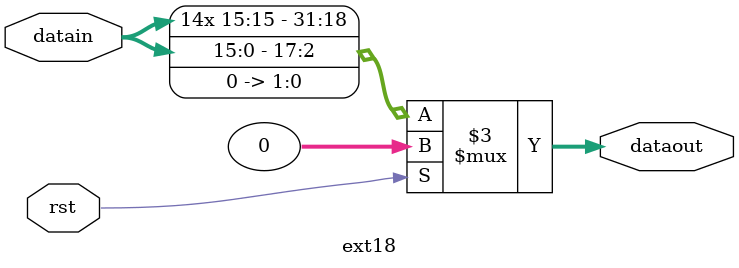
<source format=v>
`timescale 1ns / 1ps


module ext18(
    input [15:0] datain,
    output reg [31:0] dataout,
    input rst
    );
    //for beq
    always@(*)begin
        if(rst)
            dataout <= 0;
        else
            dataout = {{14{datain[15]}},datain,2'b00};    
    end
endmodule

</source>
